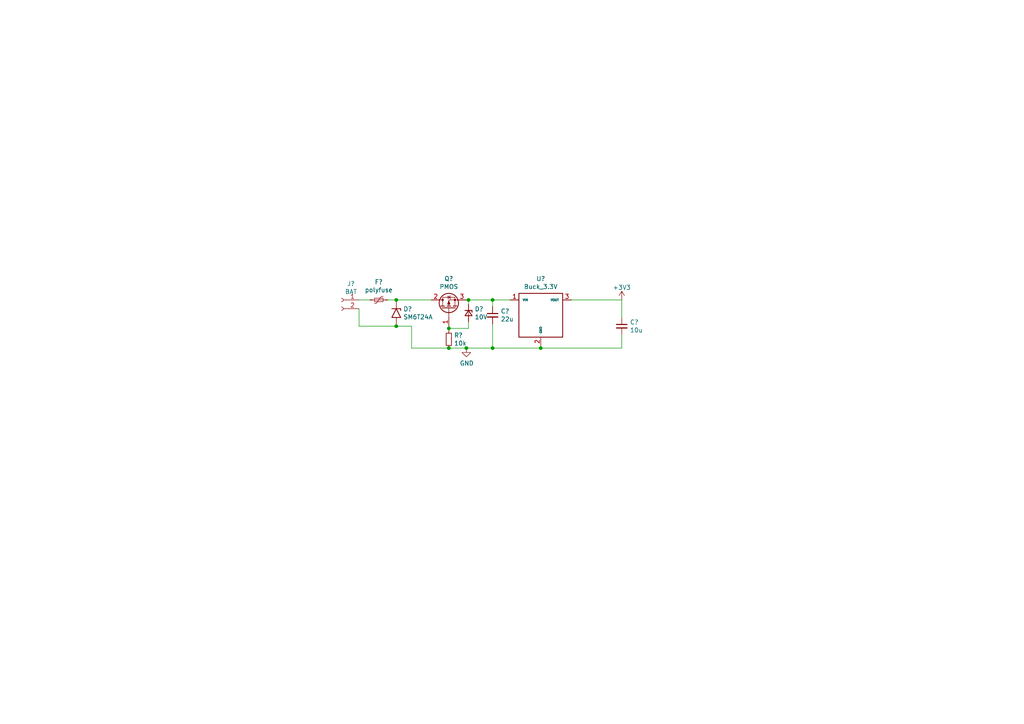
<source format=kicad_sch>
(kicad_sch (version 20230121) (generator eeschema)
  (paper "A4")
  (lib_symbols
    (symbol "Connector:Conn_01x02_Female" (pin_names (offset 1.016) hide)
      (property "Reference" "J" (at 0 2.54 0))
      (property "Value" "Conn_01x02_Female" (at 0 -5.08 0))
      (symbol "Conn_01x02_Female_1_1"
        (arc (start 0 -2.032) (mid -0.5058 -2.54) (end 0 -3.048) (stroke (width 0.1524)))
        (polyline (pts (xy -1.27 -2.54) (xy -0.508 -2.54)) (stroke (width 0.1524)))
        (polyline (pts (xy -1.27 0) (xy -0.508 0)) (stroke (width 0.1524)))
        (arc (start 0 0.508) (mid -0.5058 0) (end 0 -0.508) (stroke (width 0.1524)))
        (pin passive line (at -5.08 0 0) (length 3.81) (name "Pin_1") (number "1"))
        (pin passive line (at -5.08 -2.54 0) (length 3.81) (name "Pin_2") (number "2"))
      )
    )
    (symbol "Deimos:Buck_5V" (pin_names (offset 1.016))
      (property "Reference" "U" (at -5.715 8.255 0))
      (property "Value" "Buck_5V" (at 0.635 0 0))
      (symbol "Buck_5V_0_1"
        (rectangle (start -6.35 6.35) (end 6.35 -6.35) (stroke (width 0.254)))
      )
      (symbol "Buck_5V_1_1"
        (pin power_in line (at -8.89 4.445 0) (length 2.54) (name "VIN") (number "1"))
        (pin power_in line (at 0 -8.89 90) (length 2.54) (name "GND") (number "2"))
        (pin power_out line (at 8.89 4.445 180) (length 2.54) (name "VOUT") (number "3"))
      )
    )
    (symbol "Device:C_Small" (pin_numbers hide) (pin_names (offset 0.254) hide)
      (property "Reference" "C" (at 0.254 1.778 0))
      (property "Value" "C_Small" (at 0.254 -2.032 0))
      (symbol "C_Small_0_1"
        (polyline (pts (xy -1.524 -0.508) (xy 1.524 -0.508)) (stroke (width 0.3302)))
        (polyline (pts (xy -1.524 0.508) (xy 1.524 0.508)) (stroke (width 0.3048)))
      )
      (symbol "C_Small_1_1"
        (pin passive line (at 0 2.54 270) (length 2.032) (name "~") (number "1"))
        (pin passive line (at 0 -2.54 90) (length 2.032) (name "~") (number "2"))
      )
    )
    (symbol "Device:D_Zener_Small" (pin_numbers hide) (pin_names (offset 0.254) hide)
      (property "Reference" "D" (at 0 2.286 0))
      (property "Value" "D_Zener_Small" (at 0 -2.286 0))
      (symbol "D_Zener_Small_0_1"
        (polyline (pts (xy 0.762 0) (xy -0.762 0)))
        (polyline (pts (xy -0.254 1.016) (xy -0.762 1.016) (xy -0.762 -1.016)) (stroke (width 0.254)))
        (polyline (pts (xy 0.762 1.016) (xy -0.762 0) (xy 0.762 -1.016) (xy 0.762 1.016)) (stroke (width 0.254)))
      )
      (symbol "D_Zener_Small_1_1"
        (pin passive line (at -2.54 0 0) (length 1.778) (name "K") (number "1"))
        (pin passive line (at 2.54 0 180) (length 1.778) (name "A") (number "2"))
      )
    )
    (symbol "Device:Polyfuse_Small" (pin_numbers hide) (pin_names (offset 0))
      (property "Reference" "F" (at -1.905 0 90))
      (property "Value" "Polyfuse_Small" (at 1.905 0 90))
      (symbol "Polyfuse_Small_0_1"
        (rectangle (start -0.508 1.27) (end 0.508 -1.27))
        (polyline (pts (xy 0 2.54) (xy 0 -2.54)))
        (polyline (pts (xy -1.016 1.27) (xy -1.016 0.762) (xy 1.016 -0.762) (xy 1.016 -1.27)))
      )
      (symbol "Polyfuse_Small_1_1"
        (pin passive line (at 0 2.54 270) (length 0.635) (name "~") (number "1"))
        (pin passive line (at 0 -2.54 90) (length 0.635) (name "~") (number "2"))
      )
    )
    (symbol "Device:Q_PMOS_GDS" (pin_names (offset 0) hide)
      (property "Reference" "Q" (at 5.08 1.27 0))
      (property "Value" "Q_PMOS_GDS" (at 5.08 -1.27 0))
      (symbol "Q_PMOS_GDS_0_1"
        (polyline (pts (xy 0.254 0) (xy -2.54 0)))
        (polyline (pts (xy 0.254 1.905) (xy 0.254 -1.905)) (stroke (width 0.254)))
        (polyline (pts (xy 0.762 -1.27) (xy 0.762 -2.286)) (stroke (width 0.254)))
        (polyline (pts (xy 0.762 0.508) (xy 0.762 -0.508)) (stroke (width 0.254)))
        (polyline (pts (xy 0.762 2.286) (xy 0.762 1.27)) (stroke (width 0.254)))
        (polyline (pts (xy 2.54 2.54) (xy 2.54 1.778)))
        (polyline (pts (xy 2.54 -2.54) (xy 2.54 0) (xy 0.762 0)))
        (polyline (pts (xy 0.762 1.778) (xy 3.302 1.778) (xy 3.302 -1.778) (xy 0.762 -1.778)))
        (polyline (pts (xy 2.286 0) (xy 1.27 0.381) (xy 1.27 -0.381) (xy 2.286 0)) (fill (type outline)))
        (polyline (pts (xy 2.794 -0.508) (xy 2.921 -0.381) (xy 3.683 -0.381) (xy 3.81 -0.254)))
        (polyline (pts (xy 3.302 -0.381) (xy 2.921 0.254) (xy 3.683 0.254) (xy 3.302 -0.381)))
        (circle (center 1.651 0) (radius 2.794) (stroke (width 0.254)))
        (circle (center 2.54 -1.778) (radius 0.254) (fill (type outline)))
        (circle (center 2.54 1.778) (radius 0.254) (fill (type outline)))
      )
      (symbol "Q_PMOS_GDS_1_1"
        (pin input line (at -5.08 0 0) (length 2.54) (name "G") (number "1"))
        (pin passive line (at 2.54 5.08 270) (length 2.54) (name "D") (number "2"))
        (pin passive line (at 2.54 -5.08 90) (length 2.54) (name "S") (number "3"))
      )
    )
    (symbol "Device:R_Small" (pin_numbers hide) (pin_names (offset 0.254) hide)
      (property "Reference" "R" (at 0.762 0.508 0))
      (property "Value" "R_Small" (at 0.762 -1.016 0))
      (symbol "R_Small_0_1"
        (rectangle (start -0.762 1.778) (end 0.762 -1.778) (stroke (width 0.2032)))
      )
      (symbol "R_Small_1_1"
        (pin passive line (at 0 2.54 270) (length 0.762) (name "~") (number "1"))
        (pin passive line (at 0 -2.54 90) (length 0.762) (name "~") (number "2"))
      )
    )
    (symbol "Diode:SM6T24A" (pin_numbers hide) (pin_names (offset 1.016) hide)
      (property "Reference" "D" (at 0 2.54 0))
      (property "Value" "SM6T24A" (at 0 -2.54 0))
      (symbol "SM6T24A_0_1"
        (polyline (pts (xy -0.762 1.27) (xy -1.27 1.27) (xy -1.27 -1.27)) (stroke (width 0.254)))
        (polyline (pts (xy 1.27 1.27) (xy 1.27 -1.27) (xy -1.27 0) (xy 1.27 1.27)) (stroke (width 0.254)))
      )
      (symbol "SM6T24A_1_1"
        (pin passive line (at -3.81 0 0) (length 2.54) (name "A1") (number "1"))
        (pin passive line (at 3.81 0 180) (length 2.54) (name "A2") (number "2"))
      )
    )
    (symbol "power:+3.3V" (power) (pin_names (offset 0))
      (property "Value" "+3.3V" (at 0 3.556 0))
      (symbol "+3.3V_0_1"
        (polyline (pts (xy -0.762 1.27) (xy 0 2.54)))
        (polyline (pts (xy 0 0) (xy 0 2.54)))
        (polyline (pts (xy 0 2.54) (xy 0.762 1.27)))
      )
      (symbol "+3.3V_1_1"
        (pin power_in line (at 0 0 90) (length 0) hide (name "+3V3") (number "1"))
      )
    )
    (symbol "power:GND" (power) (pin_names (offset 0))
      (property "Value" "GND" (at 0 -3.81 0))
      (symbol "GND_0_1"
        (polyline (pts (xy 0 0) (xy 0 -1.27) (xy 1.27 -1.27) (xy 0 -2.54) (xy -1.27 -1.27) (xy 0 -1.27)))
      )
      (symbol "GND_1_1"
        (pin power_in line (at 0 0 270) (length 0) hide (name "GND") (number "1"))
      )
    )
  )
  (junction (at 135.89 86.995))
  (junction (at 156.845 100.965))
  (junction (at 130.175 100.965))
  (junction (at 130.175 95.25))
  (junction (at 142.875 100.965))
  (junction (at 114.935 94.615))
  (junction (at 114.935 86.995))
  (junction (at 142.875 86.995))
  (junction (at 135.255 100.965))
  (wire (pts (xy 130.175 94.615) (xy 130.175 95.25)))
  (wire (pts (xy 135.255 100.965) (xy 142.875 100.965)))
  (wire (pts (xy 104.14 89.535) (xy 104.14 94.615)))
  (wire (pts (xy 114.935 86.995) (xy 125.095 86.995)))
  (wire (pts (xy 142.875 88.9) (xy 142.875 86.995)))
  (wire (pts (xy 142.875 93.98) (xy 142.875 100.965)))
  (wire (pts (xy 165.735 86.995) (xy 180.34 86.995)))
  (wire (pts (xy 104.14 86.995) (xy 107.315 86.995)))
  (wire (pts (xy 135.89 86.995) (xy 142.875 86.995)))
  (wire (pts (xy 156.845 100.965) (xy 180.34 100.965)))
  (wire (pts (xy 114.935 94.615) (xy 119.38 94.615)))
  (wire (pts (xy 104.14 94.615) (xy 114.935 94.615)))
  (wire (pts (xy 135.89 95.25) (xy 130.175 95.25)))
  (wire (pts (xy 180.34 97.155) (xy 180.34 100.965)))
  (wire (pts (xy 180.34 86.995) (xy 180.34 92.075)))
  (wire (pts (xy 135.89 93.345) (xy 135.89 95.25)))
  (wire (pts (xy 135.89 88.265) (xy 135.89 86.995)))
  (wire (pts (xy 135.255 86.995) (xy 135.89 86.995)))
  (wire (pts (xy 119.38 100.965) (xy 130.175 100.965)))
  (wire (pts (xy 156.845 100.33) (xy 156.845 100.965)))
  (wire (pts (xy 119.38 94.615) (xy 119.38 100.965)))
  (wire (pts (xy 112.395 86.995) (xy 114.935 86.995)))
  (wire (pts (xy 142.875 100.965) (xy 156.845 100.965)))
  (wire (pts (xy 142.875 86.995) (xy 147.955 86.995)))
  (wire (pts (xy 130.175 100.965) (xy 135.255 100.965)))
  (wire (pts (xy 130.175 95.25) (xy 130.175 95.885)))
  (symbol (lib_id "Device:D_Zener_Small") (at 135.89 90.805 270) (unit 1)
    (property "Reference" "D?" (at 137.668 89.6366 90) (effects (justify left)))
    (property "Value" "10V" (at 137.668 91.948 90) (effects (justify left)))
    (property "Footprint" "Diode_SMD:D_0603_1608Metric" (effects hide))
  )
  (symbol (lib_id "Device:R_Small") (at 130.175 98.425 0) (unit 1)
    (property "Reference" "R?" (at 131.6736 97.2566 0) (effects (justify left)))
    (property "Value" "10k" (at 131.6736 99.568 0) (effects (justify left)))
    (property "Footprint" "Resistor_SMD:R_0805_2012Metric_Pad1.20x1.40mm_HandSolder" (effects hide))
  )
  (symbol (lib_id "Device:C_Small") (at 142.875 91.44 0) (unit 1)
    (property "Reference" "C?" (at 145.2118 90.2716 0) (effects (justify left)))
    (property "Value" "22u" (at 145.2118 92.583 0) (effects (justify left)))
    (property "Footprint" "Capacitor_SMD:C_0805_2012Metric_Pad1.18x1.45mm_HandSolder" (effects hide))
  )
  (symbol (lib_id "Deimos:Buck_5V") (at 156.845 91.44 0) (unit 1)
    (property "Reference" "U?" (at 156.845 80.8482 0))
    (property "Value" "Buck_3.3V" (at 156.845 83.1596 0))
    (property "Footprint" "Connector_PinHeader_2.54mm:PinHeader_1x03_P2.54mm_Vertical" (effects hide))
  )
  (symbol (lib_id "power:GND") (at 135.255 100.965 0) (unit 1)
    (property "Reference" "#PWR?" (effects hide))
    (property "Value" "GND" (at 135.382 105.3592 0))
  )
  (symbol (lib_id "Device:Q_PMOS_GDS") (at 130.175 89.535 90) (unit 1)
    (property "Reference" "Q?" (at 130.175 80.8482 90))
    (property "Value" "PMOS" (at 130.175 83.1596 90))
    (property "Footprint" "Package_TO_SOT_SMD:SOT-23" (effects hide))
  )
  (symbol (lib_id "Connector:Conn_01x02_Female") (at 99.06 86.995 0) (mirror y) (unit 1)
    (property "Reference" "J?" (at 101.8032 82.296 0))
    (property "Value" "BAT" (at 101.8032 84.6074 0))
    (property "Footprint" "Connector_PinHeader_2.54mm:PinHeader_1x02_P2.54mm_Vertical" (effects hide))
  )
  (symbol (lib_id "Device:C_Small") (at 180.34 94.615 0) (unit 1)
    (property "Reference" "C?" (at 182.6768 93.4466 0) (effects (justify left)))
    (property "Value" "10u" (at 182.6768 95.758 0) (effects (justify left)))
    (property "Footprint" "Capacitor_SMD:C_0805_2012Metric_Pad1.18x1.45mm_HandSolder" (effects hide))
  )
  (symbol (lib_id "power:+3.3V") (at 180.34 86.995 0) (unit 1)
    (property "Reference" "#PWR?" (effects hide))
    (property "Value" "+3.3V" (at 180.34 83.3905 0))
  )
  (symbol (lib_id "Device:Polyfuse_Small") (at 109.855 86.995 270) (unit 1)
    (property "Reference" "F?" (at 109.855 81.788 90))
    (property "Value" "polyfuse" (at 109.855 84.0994 90))
    (property "Footprint" "deimos_mat_de_balise:polyswitch" (effects hide))
  )
  (symbol (lib_id "Diode:SM6T24A") (at 114.935 90.805 270) (unit 1)
    (property "Reference" "D?" (at 116.967 89.6366 90) (effects (justify left)))
    (property "Value" "SM6T24A" (at 116.967 91.948 90) (effects (justify left)))
    (property "Footprint" "Diode_SMD:D_SMB" (effects hide))
    (property "Datasheet" "https://www.st.com/resource/en/datasheet/sm6t.pdf" (effects hide))
  )
)
</source>
